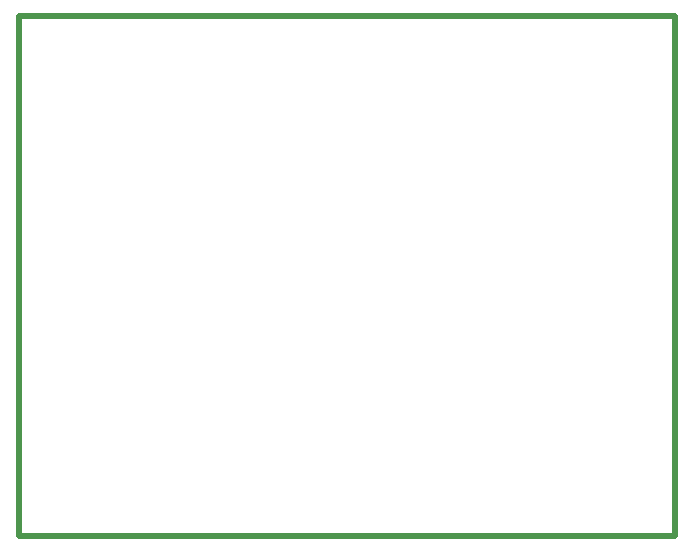
<source format=gbr>
%TF.GenerationSoftware,KiCad,Pcbnew,8.0.1*%
%TF.CreationDate,2024-11-13T12:18:27-05:00*%
%TF.ProjectId,batteryPCBa,62617474-6572-4795-9043-42612e6b6963,rev?*%
%TF.SameCoordinates,Original*%
%TF.FileFunction,Profile,NP*%
%FSLAX46Y46*%
G04 Gerber Fmt 4.6, Leading zero omitted, Abs format (unit mm)*
G04 Created by KiCad (PCBNEW 8.0.1) date 2024-11-13 12:18:27*
%MOMM*%
%LPD*%
G01*
G04 APERTURE LIST*
%TA.AperFunction,Profile*%
%ADD10C,0.500000*%
%TD*%
G04 APERTURE END LIST*
D10*
X30500000Y-19500000D02*
X86000000Y-19500000D01*
X86000000Y-63500000D01*
X30500000Y-63500000D01*
X30500000Y-19500000D01*
M02*

</source>
